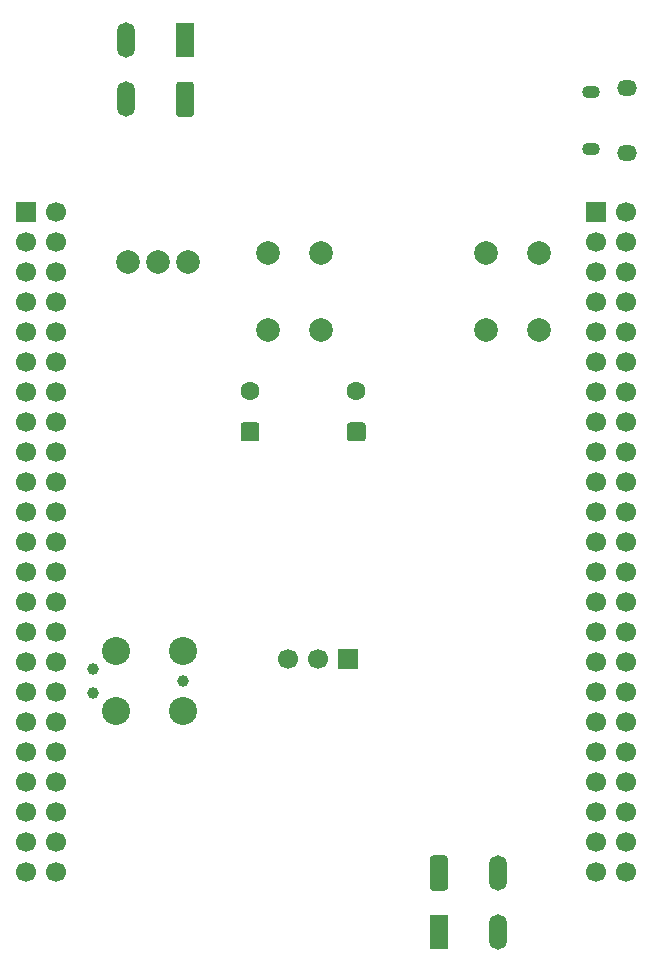
<source format=gbs>
G04 #@! TF.GenerationSoftware,KiCad,Pcbnew,9.0.1+1*
G04 #@! TF.CreationDate,2025-11-22T05:06:44+00:00*
G04 #@! TF.ProjectId,com4bbb,636f6d34-6262-4622-9e6b-696361645f70,rev?*
G04 #@! TF.SameCoordinates,Original*
G04 #@! TF.FileFunction,Soldermask,Bot*
G04 #@! TF.FilePolarity,Negative*
%FSLAX46Y46*%
G04 Gerber Fmt 4.6, Leading zero omitted, Abs format (unit mm)*
G04 Created by KiCad (PCBNEW 9.0.1+1) date 2025-11-22 05:06:44*
%MOMM*%
%LPD*%
G01*
G04 APERTURE LIST*
%ADD10R,1.700000X1.700000*%
%ADD11C,1.700000*%
%ADD12R,1.500000X3.000000*%
%ADD13O,1.500000X3.000000*%
%ADD14C,2.000000*%
%ADD15C,2.374900*%
%ADD16C,0.990600*%
%ADD17C,1.600000*%
%ADD18O,1.700000X1.350000*%
%ADD19O,1.500000X1.100000*%
G04 APERTURE END LIST*
D10*
X164630100Y-62382400D03*
D11*
X167170100Y-62382400D03*
X164630100Y-64922400D03*
X167170100Y-64922400D03*
X164630100Y-67462400D03*
X167170100Y-67462400D03*
X164630100Y-70002400D03*
X167170100Y-70002400D03*
X164630100Y-72542400D03*
X167170100Y-72542400D03*
X164630100Y-75082400D03*
X167170100Y-75082400D03*
X164630100Y-77622400D03*
X167170100Y-77622400D03*
X164630100Y-80162400D03*
X167170100Y-80162400D03*
X164630100Y-82702400D03*
X167170100Y-82702400D03*
X164630100Y-85242400D03*
X167170100Y-85242400D03*
X164630100Y-87782400D03*
X167170100Y-87782400D03*
X164630100Y-90322400D03*
X167170100Y-90322400D03*
X164630100Y-92862400D03*
X167170100Y-92862400D03*
X164630100Y-95402400D03*
X167170100Y-95402400D03*
X164630100Y-97942400D03*
X167170100Y-97942400D03*
X164630100Y-100482400D03*
X167170100Y-100482400D03*
X164630100Y-103022400D03*
X167170100Y-103022400D03*
X164630100Y-105562400D03*
X167170100Y-105562400D03*
X164630100Y-108102400D03*
X167170100Y-108102400D03*
X164630100Y-110642400D03*
X167170100Y-110642400D03*
X164630100Y-113182400D03*
X167170100Y-113182400D03*
X164630100Y-115722400D03*
X167170100Y-115722400D03*
X164630100Y-118262400D03*
X167170100Y-118262400D03*
D10*
X116370100Y-62382400D03*
D11*
X118910100Y-62382400D03*
X116370100Y-64922400D03*
X118910100Y-64922400D03*
X116370100Y-67462400D03*
X118910100Y-67462400D03*
X116370100Y-70002400D03*
X118910100Y-70002400D03*
X116370100Y-72542400D03*
X118910100Y-72542400D03*
X116370100Y-75082400D03*
X118910100Y-75082400D03*
X116370100Y-77622400D03*
X118910100Y-77622400D03*
X116370100Y-80162400D03*
X118910100Y-80162400D03*
X116370100Y-82702400D03*
X118910100Y-82702400D03*
X116370100Y-85242400D03*
X118910100Y-85242400D03*
X116370100Y-87782400D03*
X118910100Y-87782400D03*
X116370100Y-90322400D03*
X118910100Y-90322400D03*
X116370100Y-92862400D03*
X118910100Y-92862400D03*
X116370100Y-95402400D03*
X118910100Y-95402400D03*
X116370100Y-97942400D03*
X118910100Y-97942400D03*
X116370100Y-100482400D03*
X118910100Y-100482400D03*
X116370100Y-103022400D03*
X118910100Y-103022400D03*
X116370100Y-105562400D03*
X118910100Y-105562400D03*
X116370100Y-108102400D03*
X118910100Y-108102400D03*
X116370100Y-110642400D03*
X118910100Y-110642400D03*
X116370100Y-113182400D03*
X118910100Y-113182400D03*
X116370100Y-115722400D03*
X118910100Y-115722400D03*
X116370100Y-118262400D03*
X118910100Y-118262400D03*
G36*
G01*
X150620100Y-119632399D02*
X150620100Y-117132401D01*
G75*
G02*
X150870101Y-116882400I250001J0D01*
G01*
X151870099Y-116882400D01*
G75*
G02*
X152120100Y-117132401I0J-250001D01*
G01*
X152120100Y-119632399D01*
G75*
G02*
X151870099Y-119882400I-250001J0D01*
G01*
X150870101Y-119882400D01*
G75*
G02*
X150620100Y-119632399I0J250001D01*
G01*
G37*
D12*
X151370100Y-123382400D03*
D13*
X156370100Y-118382400D03*
X156370100Y-123382400D03*
D14*
X155370100Y-72382400D03*
X155370100Y-65882400D03*
X159870100Y-72382400D03*
X159870100Y-65882400D03*
X136870100Y-72382400D03*
X136870100Y-65882400D03*
X141370100Y-72382400D03*
X141370100Y-65882400D03*
G36*
G01*
X130620100Y-51632401D02*
X130620100Y-54132399D01*
G75*
G02*
X130370099Y-54382400I-250001J0D01*
G01*
X129370101Y-54382400D01*
G75*
G02*
X129120100Y-54132399I0J250001D01*
G01*
X129120100Y-51632401D01*
G75*
G02*
X129370101Y-51382400I250001J0D01*
G01*
X130370099Y-51382400D01*
G75*
G02*
X130620100Y-51632401I0J-250001D01*
G01*
G37*
D12*
X129870100Y-47882400D03*
D13*
X124870100Y-52882400D03*
X124870100Y-47882400D03*
D14*
X130160100Y-66632400D03*
X127620100Y-66632400D03*
X125080100Y-66632400D03*
D15*
X129740100Y-104688400D03*
D16*
X129740100Y-102148400D03*
D15*
X129740100Y-99608400D03*
X124025100Y-104688400D03*
X124025100Y-99608400D03*
D16*
X122120100Y-103164400D03*
X122120100Y-101132400D03*
G36*
G01*
X135920100Y-81835051D02*
X134820100Y-81835051D01*
G75*
G02*
X134570100Y-81585051I0J250000D01*
G01*
X134570100Y-80485051D01*
G75*
G02*
X134820100Y-80235051I250000J0D01*
G01*
X135920100Y-80235051D01*
G75*
G02*
X136170100Y-80485051I0J-250000D01*
G01*
X136170100Y-81585051D01*
G75*
G02*
X135920100Y-81835051I-250000J0D01*
G01*
G37*
D17*
X135370100Y-77535051D03*
G36*
G01*
X144920100Y-81835051D02*
X143820100Y-81835051D01*
G75*
G02*
X143570100Y-81585051I0J250000D01*
G01*
X143570100Y-80485051D01*
G75*
G02*
X143820100Y-80235051I250000J0D01*
G01*
X144920100Y-80235051D01*
G75*
G02*
X145170100Y-80485051I0J-250000D01*
G01*
X145170100Y-81585051D01*
G75*
G02*
X144920100Y-81835051I-250000J0D01*
G01*
G37*
X144370100Y-77535051D03*
D18*
X167250100Y-57412400D03*
D19*
X164250100Y-57102400D03*
X164250100Y-52262400D03*
D18*
X167250100Y-51952400D03*
D10*
X143670100Y-100282400D03*
D11*
X141130100Y-100282400D03*
X138590100Y-100282400D03*
M02*

</source>
